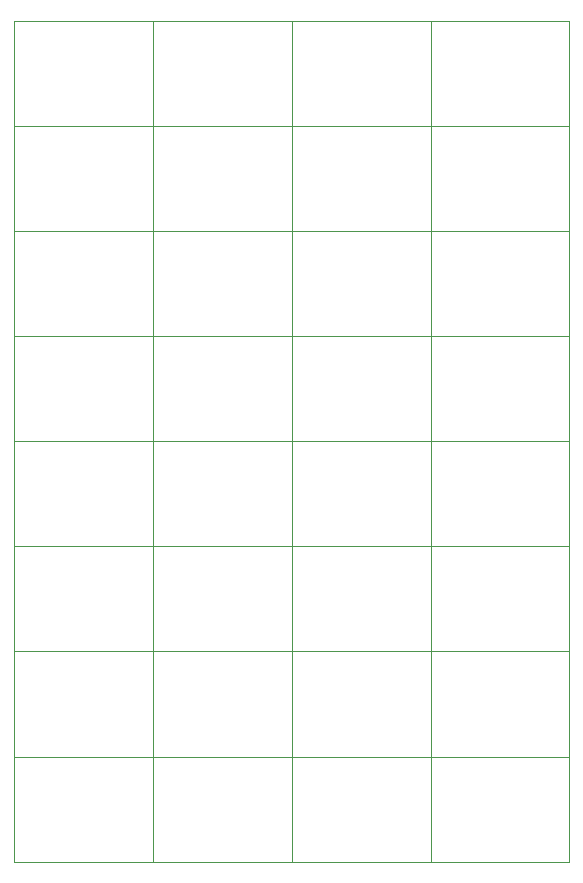
<source format=gbr>
G04 #@! TF.GenerationSoftware,KiCad,Pcbnew,7.0.7-7.0.7~ubuntu22.04.1*
G04 #@! TF.CreationDate,2024-03-29T17:55:08+00:00*
G04 #@! TF.ProjectId,receiver6_rep,72656365-6976-4657-9236-5f7265702e6b,rev?*
G04 #@! TF.SameCoordinates,Original*
G04 #@! TF.FileFunction,Profile,NP*
%FSLAX46Y46*%
G04 Gerber Fmt 4.6, Leading zero omitted, Abs format (unit mm)*
G04 Created by KiCad (PCBNEW 7.0.7-7.0.7~ubuntu22.04.1) date 2024-03-29 17:55:08*
%MOMM*%
%LPD*%
G01*
G04 APERTURE LIST*
G04 #@! TA.AperFunction,Profile*
%ADD10C,0.050000*%
G04 #@! TD*
G04 APERTURE END LIST*
D10*
X89100000Y-68100000D02*
X77350000Y-68100000D01*
X77350000Y-59200000D01*
X89100000Y-59200000D01*
X89100000Y-68100000D01*
X77350000Y-94800000D02*
X65600000Y-94800000D01*
X65600000Y-85900000D01*
X77350000Y-85900000D01*
X77350000Y-94800000D01*
X65600000Y-94800000D02*
X53850000Y-94800000D01*
X53850000Y-85900000D01*
X65600000Y-85900000D01*
X65600000Y-94800000D01*
X100850000Y-112600000D02*
X89100000Y-112600000D01*
X89100000Y-103700000D01*
X100850000Y-103700000D01*
X100850000Y-112600000D01*
X77350000Y-112600000D02*
X65600000Y-112600000D01*
X65600000Y-103700000D01*
X77350000Y-103700000D01*
X77350000Y-112600000D01*
X65600000Y-59200000D02*
X53850000Y-59200000D01*
X53850000Y-50300000D01*
X65600000Y-50300000D01*
X65600000Y-59200000D01*
X89100000Y-85900000D02*
X77350000Y-85900000D01*
X77350000Y-77000000D01*
X89100000Y-77000000D01*
X89100000Y-85900000D01*
X100850000Y-77000000D02*
X89100000Y-77000000D01*
X89100000Y-68100000D01*
X100850000Y-68100000D01*
X100850000Y-77000000D01*
X89100000Y-77000000D02*
X77350000Y-77000000D01*
X77350000Y-68100000D01*
X89100000Y-68100000D01*
X89100000Y-77000000D01*
X100850000Y-94800000D02*
X89100000Y-94800000D01*
X89100000Y-85900000D01*
X100850000Y-85900000D01*
X100850000Y-94800000D01*
X100850000Y-85900000D02*
X89100000Y-85900000D01*
X89100000Y-77000000D01*
X100850000Y-77000000D01*
X100850000Y-85900000D01*
X89100000Y-94800000D02*
X77350000Y-94800000D01*
X77350000Y-85900000D01*
X89100000Y-85900000D01*
X89100000Y-94800000D01*
X100850000Y-103700000D02*
X89100000Y-103700000D01*
X89100000Y-94800000D01*
X100850000Y-94800000D01*
X100850000Y-103700000D01*
X65600000Y-103700000D02*
X53850000Y-103700000D01*
X53850000Y-94800000D01*
X65600000Y-94800000D01*
X65600000Y-103700000D01*
X77350000Y-59200000D02*
X65600000Y-59200000D01*
X65600000Y-50300000D01*
X77350000Y-50300000D01*
X77350000Y-59200000D01*
X65600000Y-112600000D02*
X53850000Y-112600000D01*
X53850000Y-103700000D01*
X65600000Y-103700000D01*
X65600000Y-112600000D01*
X100850000Y-59200000D02*
X89100000Y-59200000D01*
X89100000Y-50300000D01*
X100850000Y-50300000D01*
X100850000Y-59200000D01*
X89100000Y-50300000D02*
X77350000Y-50300000D01*
X77350000Y-41400000D01*
X89100000Y-41400000D01*
X89100000Y-50300000D01*
X77350000Y-50300000D02*
X65600000Y-50300000D01*
X65600000Y-41400000D01*
X77350000Y-41400000D01*
X77350000Y-50300000D01*
X100850000Y-50300000D02*
X89100000Y-50300000D01*
X89100000Y-41400000D01*
X100850000Y-41400000D01*
X100850000Y-50300000D01*
X65600000Y-85900000D02*
X53850000Y-85900000D01*
X53850000Y-77000000D01*
X65600000Y-77000000D01*
X65600000Y-85900000D01*
X89100000Y-103700000D02*
X77350000Y-103700000D01*
X77350000Y-94800000D01*
X89100000Y-94800000D01*
X89100000Y-103700000D01*
X77350000Y-103700000D02*
X65600000Y-103700000D01*
X65600000Y-94800000D01*
X77350000Y-94800000D01*
X77350000Y-103700000D01*
X65600000Y-50300000D02*
X53850000Y-50300000D01*
X53850000Y-41400000D01*
X65600000Y-41400000D01*
X65600000Y-50300000D01*
X89100000Y-112600000D02*
X77350000Y-112600000D01*
X77350000Y-103700000D01*
X89100000Y-103700000D01*
X89100000Y-112600000D01*
X65600000Y-68100000D02*
X53850000Y-68100000D01*
X53850000Y-59200000D01*
X65600000Y-59200000D01*
X65600000Y-68100000D01*
X77350000Y-85900000D02*
X65600000Y-85900000D01*
X65600000Y-77000000D01*
X77350000Y-77000000D01*
X77350000Y-85900000D01*
X77350000Y-68100000D02*
X65600000Y-68100000D01*
X65600000Y-59200000D01*
X77350000Y-59200000D01*
X77350000Y-68100000D01*
X89100000Y-59200000D02*
X77350000Y-59200000D01*
X77350000Y-50300000D01*
X89100000Y-50300000D01*
X89100000Y-59200000D01*
X65600000Y-77000000D02*
X53850000Y-77000000D01*
X53850000Y-68100000D01*
X65600000Y-68100000D01*
X65600000Y-77000000D01*
X77350000Y-77000000D02*
X65600000Y-77000000D01*
X65600000Y-68100000D01*
X77350000Y-68100000D01*
X77350000Y-77000000D01*
X100850000Y-68100000D02*
X89100000Y-68100000D01*
X89100000Y-59200000D01*
X100850000Y-59200000D01*
X100850000Y-68100000D01*
M02*

</source>
